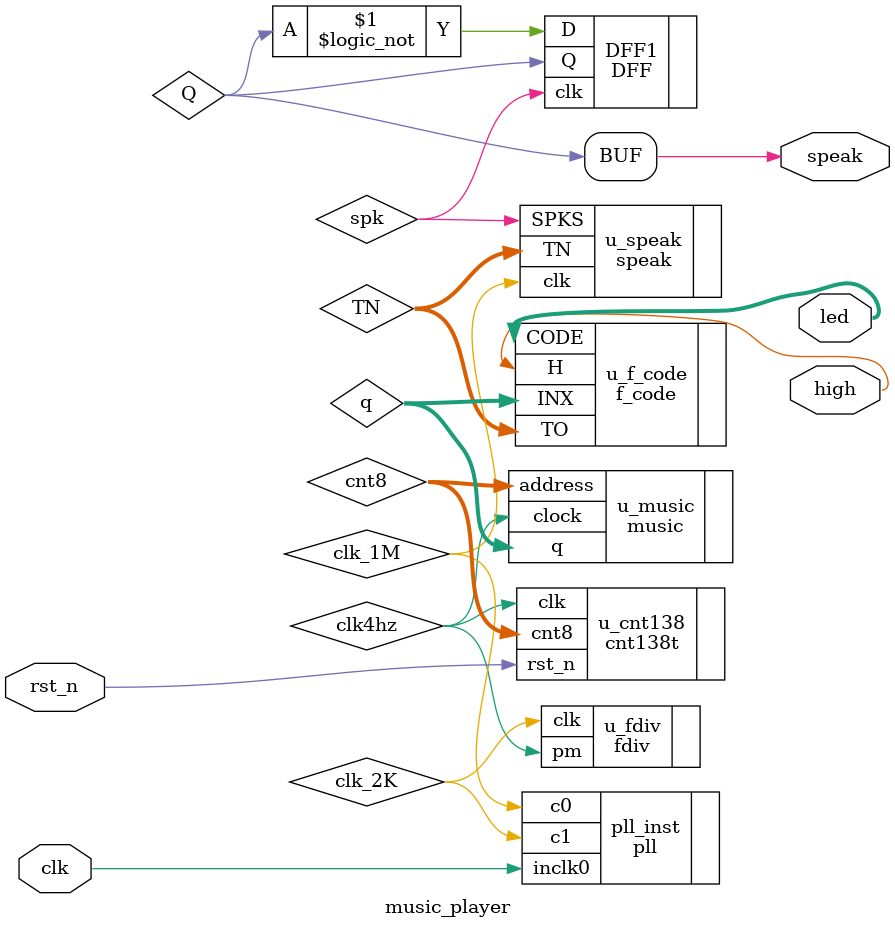
<source format=v>
module music_player(
	input clk,
	input rst_n,
	output speak,
	output high,
	output [3:0] led
);
wire clk_1M;
wire clk_2K;
pll pll_inst(
	.inclk0	(clk),
	.c0			(clk_1M),
	.c1			(clk_2K)
);
wire clk4hz;
fdiv u_fdiv(
	.clk			(clk_2K),
	.pm		(clk4hz)
);
wire [7:0] cnt8;
cnt138t u_cnt138(
	.clk			(clk4hz),
	.rst_n		(rst_n),
	.cnt8		(cnt8)
);
wire [3:0] q;
music u_music(
	.address		(cnt8),
	.clock			(clk4hz),
	.q					(q)
);
wire [10:0] TN;
f_code u_f_code(
	.INX		(q),
	.CODE  (led),
	.TO		(TN),
	.H			(high)
);
wire spk;
speak u_speak(
	.clk			(clk_1M),
	.TN		(TN),
	.SPKS	(spk)
);
wire Q;
DFF DFF1(
	.clk			(spk),
	.D			(!Q),
	.Q			(Q)
);

assign speak=Q;
endmodule

</source>
